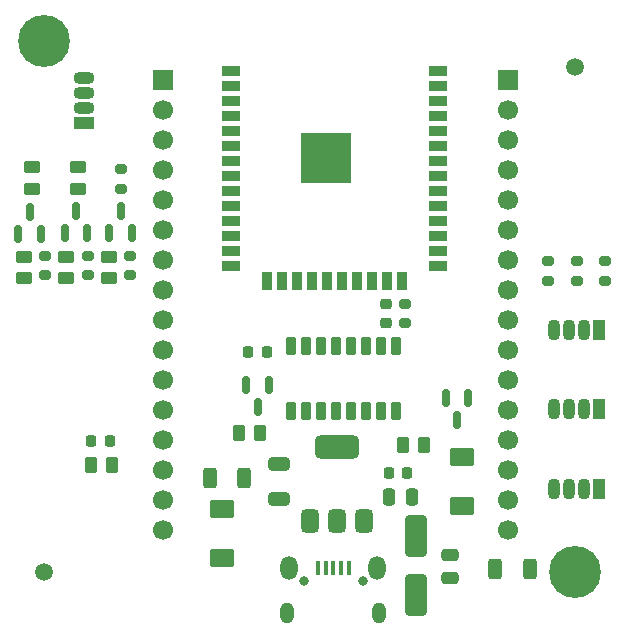
<source format=gbr>
%TF.GenerationSoftware,KiCad,Pcbnew,9.0.2*%
%TF.CreationDate,2025-10-01T22:28:33+03:00*%
%TF.ProjectId,customESP32board,63757374-6f6d-4455-9350-3332626f6172,rev?*%
%TF.SameCoordinates,Original*%
%TF.FileFunction,Soldermask,Top*%
%TF.FilePolarity,Negative*%
%FSLAX46Y46*%
G04 Gerber Fmt 4.6, Leading zero omitted, Abs format (unit mm)*
G04 Created by KiCad (PCBNEW 9.0.2) date 2025-10-01 22:28:33*
%MOMM*%
%LPD*%
G01*
G04 APERTURE LIST*
G04 Aperture macros list*
%AMRoundRect*
0 Rectangle with rounded corners*
0 $1 Rounding radius*
0 $2 $3 $4 $5 $6 $7 $8 $9 X,Y pos of 4 corners*
0 Add a 4 corners polygon primitive as box body*
4,1,4,$2,$3,$4,$5,$6,$7,$8,$9,$2,$3,0*
0 Add four circle primitives for the rounded corners*
1,1,$1+$1,$2,$3*
1,1,$1+$1,$4,$5*
1,1,$1+$1,$6,$7*
1,1,$1+$1,$8,$9*
0 Add four rect primitives between the rounded corners*
20,1,$1+$1,$2,$3,$4,$5,0*
20,1,$1+$1,$4,$5,$6,$7,0*
20,1,$1+$1,$6,$7,$8,$9,0*
20,1,$1+$1,$8,$9,$2,$3,0*%
G04 Aperture macros list end*
%ADD10RoundRect,0.250000X-0.262500X-0.450000X0.262500X-0.450000X0.262500X0.450000X-0.262500X0.450000X0*%
%ADD11RoundRect,0.250000X-0.250000X-0.475000X0.250000X-0.475000X0.250000X0.475000X-0.250000X0.475000X0*%
%ADD12RoundRect,0.250000X0.262500X0.450000X-0.262500X0.450000X-0.262500X-0.450000X0.262500X-0.450000X0*%
%ADD13RoundRect,0.218750X-0.256250X0.218750X-0.256250X-0.218750X0.256250X-0.218750X0.256250X0.218750X0*%
%ADD14RoundRect,0.250000X-0.650000X0.325000X-0.650000X-0.325000X0.650000X-0.325000X0.650000X0.325000X0*%
%ADD15RoundRect,0.250000X0.475000X-0.250000X0.475000X0.250000X-0.475000X0.250000X-0.475000X-0.250000X0*%
%ADD16R,1.800000X1.070000*%
%ADD17O,1.800000X1.070000*%
%ADD18R,1.500000X0.900000*%
%ADD19R,0.900000X1.500000*%
%ADD20C,0.600000*%
%ADD21R,4.200000X4.200000*%
%ADD22RoundRect,0.200000X-0.275000X0.200000X-0.275000X-0.200000X0.275000X-0.200000X0.275000X0.200000X0*%
%ADD23RoundRect,0.250000X0.450000X-0.262500X0.450000X0.262500X-0.450000X0.262500X-0.450000X-0.262500X0*%
%ADD24RoundRect,0.218750X0.218750X0.256250X-0.218750X0.256250X-0.218750X-0.256250X0.218750X-0.256250X0*%
%ADD25RoundRect,0.250000X-0.450000X0.262500X-0.450000X-0.262500X0.450000X-0.262500X0.450000X0.262500X0*%
%ADD26RoundRect,0.225000X0.225000X0.250000X-0.225000X0.250000X-0.225000X-0.250000X0.225000X-0.250000X0*%
%ADD27RoundRect,0.225000X-0.225000X-0.250000X0.225000X-0.250000X0.225000X0.250000X-0.225000X0.250000X0*%
%ADD28R,1.070000X1.800000*%
%ADD29O,1.070000X1.800000*%
%ADD30RoundRect,0.150000X-0.150000X0.587500X-0.150000X-0.587500X0.150000X-0.587500X0.150000X0.587500X0*%
%ADD31C,1.500000*%
%ADD32RoundRect,0.102000X-0.900000X0.675000X-0.900000X-0.675000X0.900000X-0.675000X0.900000X0.675000X0*%
%ADD33RoundRect,0.103000X-0.309000X0.654000X-0.309000X-0.654000X0.309000X-0.654000X0.309000X0.654000X0*%
%ADD34R,1.700000X1.700000*%
%ADD35C,1.700000*%
%ADD36RoundRect,0.250000X-0.650000X1.500000X-0.650000X-1.500000X0.650000X-1.500000X0.650000X1.500000X0*%
%ADD37C,0.700000*%
%ADD38C,4.400000*%
%ADD39RoundRect,0.150000X0.150000X-0.587500X0.150000X0.587500X-0.150000X0.587500X-0.150000X-0.587500X0*%
%ADD40RoundRect,0.200000X0.275000X-0.200000X0.275000X0.200000X-0.275000X0.200000X-0.275000X-0.200000X0*%
%ADD41O,0.800000X0.800000*%
%ADD42R,0.450000X1.300000*%
%ADD43O,1.150000X1.800000*%
%ADD44O,1.450000X2.000000*%
%ADD45RoundRect,0.375000X0.375000X-0.625000X0.375000X0.625000X-0.375000X0.625000X-0.375000X-0.625000X0*%
%ADD46RoundRect,0.500000X1.400000X-0.500000X1.400000X0.500000X-1.400000X0.500000X-1.400000X-0.500000X0*%
%ADD47RoundRect,0.250000X-0.312500X-0.625000X0.312500X-0.625000X0.312500X0.625000X-0.312500X0.625000X0*%
%ADD48RoundRect,0.102000X0.900000X-0.675000X0.900000X0.675000X-0.900000X0.675000X-0.900000X-0.675000X0*%
G04 APERTURE END LIST*
D10*
%TO.C,R3*%
X139887500Y-112700000D03*
X141712500Y-112700000D03*
%TD*%
D11*
%TO.C,C7*%
X138750000Y-117100000D03*
X140650000Y-117100000D03*
%TD*%
D12*
%TO.C,R2*%
X127812500Y-111700000D03*
X125987500Y-111700000D03*
%TD*%
D13*
%TO.C,D5*%
X138500000Y-100812500D03*
X138500000Y-102387500D03*
%TD*%
D14*
%TO.C,C11*%
X129400000Y-114325000D03*
X129400000Y-117275000D03*
%TD*%
D15*
%TO.C,C1*%
X143900000Y-123950000D03*
X143900000Y-122050000D03*
%TD*%
D16*
%TO.C,D11*%
X112900000Y-85470000D03*
D17*
X112900000Y-84200000D03*
X112900000Y-82930000D03*
X112900000Y-81660000D03*
%TD*%
D18*
%TO.C,U1*%
X125350000Y-81050000D03*
X125350000Y-82320000D03*
X125350000Y-83590000D03*
X125350000Y-84860000D03*
X125350000Y-86130000D03*
X125350000Y-87400000D03*
X125350000Y-88670000D03*
X125350000Y-89940000D03*
X125350000Y-91210000D03*
X125350000Y-92480000D03*
X125350000Y-93750000D03*
X125350000Y-95020000D03*
X125350000Y-96290000D03*
X125350000Y-97560000D03*
D19*
X128390000Y-98810000D03*
X129660000Y-98810000D03*
X130930000Y-98810000D03*
X132200000Y-98810000D03*
X133470000Y-98810000D03*
X134740000Y-98810000D03*
X136010000Y-98810000D03*
X137280000Y-98810000D03*
X138550000Y-98810000D03*
X139820000Y-98810000D03*
D18*
X142850000Y-97560000D03*
X142850000Y-96290000D03*
X142850000Y-95020000D03*
X142850000Y-93750000D03*
X142850000Y-92480000D03*
X142850000Y-91210000D03*
X142850000Y-89940000D03*
X142850000Y-88670000D03*
X142850000Y-87400000D03*
X142850000Y-86130000D03*
X142850000Y-84860000D03*
X142850000Y-83590000D03*
X142850000Y-82320000D03*
X142850000Y-81050000D03*
D20*
X131895000Y-87627500D03*
X131895000Y-89152500D03*
X132657500Y-86865000D03*
X132657500Y-88390000D03*
X132657500Y-89915000D03*
X133420000Y-87627500D03*
D21*
X133420000Y-88390000D03*
D20*
X133420000Y-89152500D03*
X134182500Y-86865000D03*
X134182500Y-88390000D03*
X134182500Y-89915000D03*
X134945000Y-87627500D03*
X134945000Y-89152500D03*
%TD*%
D22*
%TO.C,R8*%
X154600000Y-97175000D03*
X154600000Y-98825000D03*
%TD*%
D23*
%TO.C,R12*%
X108500000Y-91012500D03*
X108500000Y-89187500D03*
%TD*%
D22*
%TO.C,R13*%
X116800000Y-96675000D03*
X116800000Y-98325000D03*
%TD*%
D24*
%TO.C,D9*%
X115087500Y-112400000D03*
X113512500Y-112400000D03*
%TD*%
D25*
%TO.C,R17*%
X111400000Y-96787500D03*
X111400000Y-98612500D03*
%TD*%
D26*
%TO.C,C3*%
X128375000Y-104800000D03*
X126825000Y-104800000D03*
%TD*%
D27*
%TO.C,C6*%
X138725000Y-115100000D03*
X140275000Y-115100000D03*
%TD*%
D22*
%TO.C,R7*%
X157000000Y-97175000D03*
X157000000Y-98825000D03*
%TD*%
D28*
%TO.C,D7*%
X156500000Y-109700000D03*
D29*
X155230000Y-109700000D03*
X153960000Y-109700000D03*
X152690000Y-109700000D03*
%TD*%
D30*
%TO.C,Q2*%
X145450000Y-108762500D03*
X143550000Y-108762500D03*
X144500000Y-110637500D03*
%TD*%
D28*
%TO.C,D8*%
X156500000Y-116400000D03*
D29*
X155230000Y-116400000D03*
X153960000Y-116400000D03*
X152690000Y-116400000D03*
%TD*%
D23*
%TO.C,R11*%
X112400000Y-91012500D03*
X112400000Y-89187500D03*
%TD*%
D31*
%TO.C,FID2*%
X154500000Y-80700000D03*
%TD*%
D22*
%TO.C,R15*%
X109600000Y-96675000D03*
X109600000Y-98325000D03*
%TD*%
D32*
%TO.C,SW2*%
X144900000Y-113725000D03*
X144900000Y-117875000D03*
%TD*%
D25*
%TO.C,R16*%
X115000000Y-96787500D03*
X115000000Y-98612500D03*
%TD*%
D33*
%TO.C,U2*%
X139345000Y-104350000D03*
X138075000Y-104350000D03*
X136805000Y-104350000D03*
X135535000Y-104350000D03*
X134265000Y-104350000D03*
X132995000Y-104350000D03*
X131725000Y-104350000D03*
X130455000Y-104350000D03*
X130455000Y-109850000D03*
X131725000Y-109850000D03*
X132995000Y-109850000D03*
X134265000Y-109850000D03*
X135535000Y-109850000D03*
X136805000Y-109850000D03*
X138075000Y-109850000D03*
X139345000Y-109850000D03*
%TD*%
D34*
%TO.C,J3*%
X148800000Y-81800000D03*
D35*
X148800000Y-84340000D03*
X148800000Y-86880000D03*
X148800000Y-89420000D03*
X148800000Y-91960000D03*
X148800000Y-94500000D03*
X148800000Y-97040000D03*
X148800000Y-99580000D03*
X148800000Y-102120000D03*
X148800000Y-104660000D03*
X148800000Y-107200000D03*
X148800000Y-109740000D03*
X148800000Y-112280000D03*
X148800000Y-114820000D03*
X148800000Y-117360000D03*
X148800000Y-119900000D03*
%TD*%
D36*
%TO.C,D1*%
X141000000Y-120400000D03*
X141000000Y-125400000D03*
%TD*%
D28*
%TO.C,D6*%
X156500000Y-103000000D03*
D29*
X155230000Y-103000000D03*
X153960000Y-103000000D03*
X152690000Y-103000000D03*
%TD*%
D37*
%TO.C,H1*%
X107850000Y-78500000D03*
X108333274Y-77333274D03*
X108333274Y-79666726D03*
X109500000Y-76850000D03*
D38*
X109500000Y-78500000D03*
D37*
X109500000Y-80150000D03*
X110666726Y-77333274D03*
X110666726Y-79666726D03*
X111150000Y-78500000D03*
%TD*%
D39*
%TO.C,Q3*%
X115050000Y-94737500D03*
X116950000Y-94737500D03*
X116000000Y-92862500D03*
%TD*%
D40*
%TO.C,R10*%
X116000000Y-91025000D03*
X116000000Y-89375000D03*
%TD*%
D34*
%TO.C,J2*%
X119600000Y-81800000D03*
D35*
X119600000Y-84340000D03*
X119600000Y-86880000D03*
X119600000Y-89420000D03*
X119600000Y-91960000D03*
X119600000Y-94500000D03*
X119600000Y-97040000D03*
X119600000Y-99580000D03*
X119600000Y-102120000D03*
X119600000Y-104660000D03*
X119600000Y-107200000D03*
X119600000Y-109740000D03*
X119600000Y-112280000D03*
X119600000Y-114820000D03*
X119600000Y-117360000D03*
X119600000Y-119900000D03*
%TD*%
D41*
%TO.C,J1*%
X131500000Y-124200000D03*
X136500000Y-124200000D03*
D42*
X132700000Y-123100000D03*
X133350000Y-123100000D03*
X134000000Y-123100000D03*
X134650000Y-123100000D03*
X135300000Y-123100000D03*
D43*
X130125000Y-126950000D03*
D44*
X130275000Y-123150000D03*
X137725000Y-123150000D03*
D43*
X137875000Y-126950000D03*
%TD*%
D22*
%TO.C,R9*%
X152200000Y-97175000D03*
X152200000Y-98825000D03*
%TD*%
D39*
%TO.C,Q5*%
X107350000Y-94837500D03*
X109250000Y-94837500D03*
X108300000Y-92962500D03*
%TD*%
D45*
%TO.C,U3*%
X132000000Y-119150000D03*
X134300000Y-119150000D03*
D46*
X134300000Y-112850000D03*
D45*
X136600000Y-119150000D03*
%TD*%
D10*
%TO.C,R1*%
X113487500Y-114400000D03*
X115312500Y-114400000D03*
%TD*%
D47*
%TO.C,R6*%
X147737500Y-123200000D03*
X150662500Y-123200000D03*
%TD*%
%TO.C,R5*%
X123537500Y-115500000D03*
X126462500Y-115500000D03*
%TD*%
D31*
%TO.C,FID1*%
X109500000Y-123500000D03*
%TD*%
D25*
%TO.C,R18*%
X107800000Y-96787500D03*
X107800000Y-98612500D03*
%TD*%
D22*
%TO.C,R14*%
X113200000Y-96675000D03*
X113200000Y-98325000D03*
%TD*%
D48*
%TO.C,SW1*%
X124600000Y-122275000D03*
X124600000Y-118125000D03*
%TD*%
D37*
%TO.C,H2*%
X152850000Y-123500000D03*
X153333274Y-122333274D03*
X153333274Y-124666726D03*
X154500000Y-121850000D03*
D38*
X154500000Y-123500000D03*
D37*
X154500000Y-125150000D03*
X155666726Y-122333274D03*
X155666726Y-124666726D03*
X156150000Y-123500000D03*
%TD*%
D39*
%TO.C,Q4*%
X111250000Y-94737500D03*
X113150000Y-94737500D03*
X112200000Y-92862500D03*
%TD*%
D30*
%TO.C,Q1*%
X128550000Y-107662500D03*
X126650000Y-107662500D03*
X127600000Y-109537500D03*
%TD*%
D40*
%TO.C,R4*%
X140100000Y-102425000D03*
X140100000Y-100775000D03*
%TD*%
M02*

</source>
